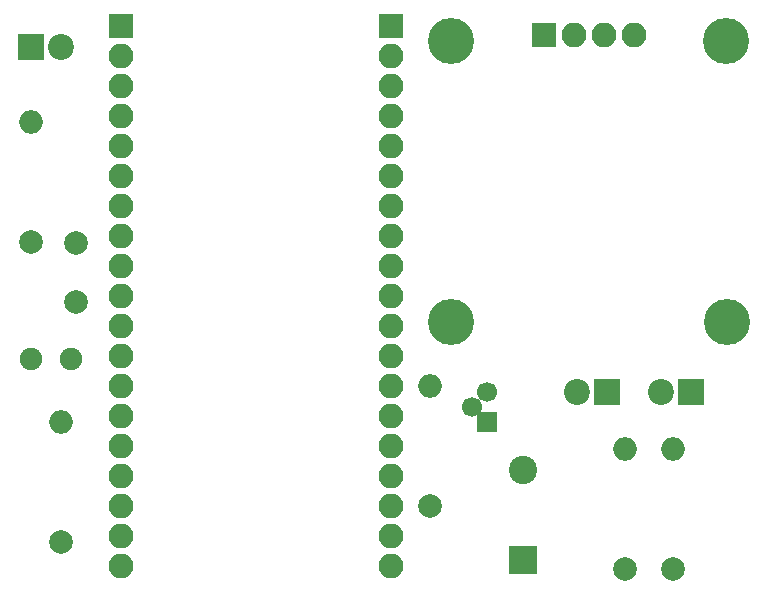
<source format=gts>
G04 #@! TF.GenerationSoftware,KiCad,Pcbnew,5.0.0+dfsg1-1*
G04 #@! TF.CreationDate,2018-08-21T17:11:21+08:00*
G04 #@! TF.ProjectId,IOT,494F542E6B696361645F706362000000,rev?*
G04 #@! TF.SameCoordinates,Original*
G04 #@! TF.FileFunction,Soldermask,Top*
G04 #@! TF.FilePolarity,Negative*
%FSLAX46Y46*%
G04 Gerber Fmt 4.6, Leading zero omitted, Abs format (unit mm)*
G04 Created by KiCad (PCBNEW 5.0.0+dfsg1-1) date Tue Aug 21 17:11:21 2018*
%MOMM*%
%LPD*%
G01*
G04 APERTURE LIST*
%ADD10R,2.200000X2.200000*%
%ADD11C,2.200000*%
%ADD12C,3.900000*%
%ADD13R,2.100000X2.100000*%
%ADD14O,2.100000X2.100000*%
%ADD15C,1.900000*%
%ADD16R,2.400000X2.400000*%
%ADD17C,2.400000*%
%ADD18O,2.000000X2.000000*%
%ADD19C,2.000000*%
%ADD20C,1.700000*%
%ADD21R,1.700000X1.700000*%
G04 APERTURE END LIST*
D10*
G04 #@! TO.C,D1*
X25400000Y-41910000D03*
D11*
X27940000Y-41910000D03*
G04 #@! TD*
G04 #@! TO.C,D2*
X78740000Y-71120000D03*
D10*
X81280000Y-71120000D03*
G04 #@! TD*
D12*
G04 #@! TO.C,U2*
X84251800Y-41402000D03*
X84277200Y-65176400D03*
X60960000Y-65201800D03*
D13*
X68834000Y-40894000D03*
D14*
X71374000Y-40894000D03*
X73914000Y-40894000D03*
X76454000Y-40894000D03*
D12*
X60960000Y-41402000D03*
G04 #@! TD*
D10*
G04 #@! TO.C,D3*
X74168000Y-71120000D03*
D11*
X71628000Y-71120000D03*
G04 #@! TD*
D15*
G04 #@! TO.C,R5*
X25400000Y-68326000D03*
X28800000Y-68326000D03*
G04 #@! TD*
D14*
G04 #@! TO.C,U1*
X55880000Y-85852000D03*
X55880000Y-83312000D03*
X55880000Y-80772000D03*
X55880000Y-78232000D03*
X55880000Y-75692000D03*
X55880000Y-73152000D03*
X55880000Y-70612000D03*
X55880000Y-68072000D03*
X55880000Y-65532000D03*
X55880000Y-62992000D03*
X55880000Y-60452000D03*
X55880000Y-57912000D03*
X55880000Y-55372000D03*
X55880000Y-52832000D03*
X55880000Y-50292000D03*
X55880000Y-47752000D03*
X55880000Y-45212000D03*
X55880000Y-42672000D03*
D13*
X55880000Y-40132000D03*
X33020000Y-40132000D03*
D14*
X33020000Y-42672000D03*
X33020000Y-45212000D03*
X33020000Y-47752000D03*
X33020000Y-50292000D03*
X33020000Y-52832000D03*
X33020000Y-55372000D03*
X33020000Y-57912000D03*
X33020000Y-60452000D03*
X33020000Y-62992000D03*
X33020000Y-65532000D03*
X33020000Y-68072000D03*
X33020000Y-70612000D03*
X33020000Y-73152000D03*
X33020000Y-75692000D03*
X33020000Y-78232000D03*
X33020000Y-80772000D03*
X33020000Y-83312000D03*
X33020000Y-85852000D03*
G04 #@! TD*
D16*
G04 #@! TO.C,BZ1*
X67056000Y-85344000D03*
D17*
X67056000Y-77744000D03*
G04 #@! TD*
D18*
G04 #@! TO.C,R4*
X75692000Y-75946000D03*
D19*
X75692000Y-86106000D03*
G04 #@! TD*
D18*
G04 #@! TO.C,R2*
X25400000Y-48260000D03*
D19*
X25400000Y-58420000D03*
G04 #@! TD*
G04 #@! TO.C,C1*
X29210000Y-63500000D03*
X29210000Y-58500000D03*
G04 #@! TD*
G04 #@! TO.C,R6*
X27940000Y-83820000D03*
D18*
X27940000Y-73660000D03*
G04 #@! TD*
D19*
G04 #@! TO.C,R3*
X79756000Y-86106000D03*
D18*
X79756000Y-75946000D03*
G04 #@! TD*
D20*
G04 #@! TO.C,Q1*
X62738000Y-72390000D03*
X64008000Y-71120000D03*
D21*
X64008000Y-73660000D03*
G04 #@! TD*
D19*
G04 #@! TO.C,R1*
X59182000Y-80772000D03*
D18*
X59182000Y-70612000D03*
G04 #@! TD*
M02*

</source>
